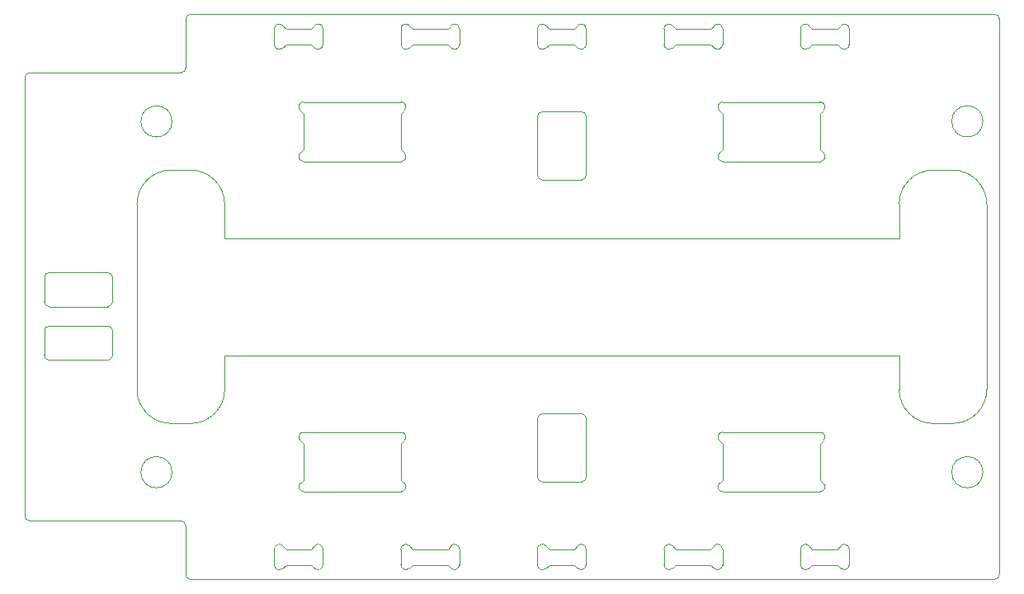
<source format=gm1>
G04 #@! TF.GenerationSoftware,KiCad,Pcbnew,(5.1.6-0-10_14)*
G04 #@! TF.CreationDate,2021-06-29T19:39:51+09:00*
G04 #@! TF.ProjectId,qPCR-photodiode,71504352-2d70-4686-9f74-6f64696f6465,rev?*
G04 #@! TF.SameCoordinates,Original*
G04 #@! TF.FileFunction,Profile,NP*
%FSLAX46Y46*%
G04 Gerber Fmt 4.6, Leading zero omitted, Abs format (unit mm)*
G04 Created by KiCad (PCBNEW (5.1.6-0-10_14)) date 2021-06-29 19:39:51*
%MOMM*%
%LPD*%
G01*
G04 APERTURE LIST*
G04 #@! TA.AperFunction,Profile*
%ADD10C,0.100000*%
G04 #@! TD*
G04 APERTURE END LIST*
D10*
X92000000Y-103500000D02*
X92000000Y-106000000D01*
X92000000Y-106000000D02*
G75*
G02*
X91500000Y-106500000I-500000J0D01*
G01*
X85500000Y-106500000D02*
G75*
G02*
X85000000Y-106000000I0J500000D01*
G01*
X85000000Y-103500000D02*
G75*
G02*
X85500000Y-103000000I500000J0D01*
G01*
X85000000Y-103500000D02*
X85000000Y-106000000D01*
X85500000Y-106500000D02*
X91500000Y-106500000D01*
X85500000Y-103000000D02*
X91500000Y-103000000D01*
X91500000Y-103000000D02*
G75*
G02*
X92000000Y-103500000I0J-500000D01*
G01*
X85500000Y-101000000D02*
X91500000Y-101000000D01*
X85500000Y-101000000D02*
G75*
G02*
X85000000Y-100500000I0J500000D01*
G01*
X92000000Y-100500000D02*
G75*
G02*
X91500000Y-101000000I-500000J0D01*
G01*
X92000000Y-98000000D02*
X92000000Y-100500000D01*
X85000000Y-98000000D02*
X85000000Y-100500000D01*
X85000000Y-98000000D02*
G75*
G02*
X85500000Y-97500000I500000J0D01*
G01*
X91500000Y-97500000D02*
G75*
G02*
X92000000Y-98000000I0J-500000D01*
G01*
X85500000Y-97500000D02*
X91500000Y-97500000D01*
X140600000Y-112500000D02*
X140600000Y-118500000D01*
X135600000Y-112500000D02*
X135600000Y-118500000D01*
X140100000Y-119000000D02*
X136100000Y-119000000D01*
X136100000Y-119000000D02*
G75*
G02*
X135600000Y-118500000I0J500000D01*
G01*
X140600000Y-118500000D02*
G75*
G02*
X140100000Y-119000000I-500000J0D01*
G01*
X136100000Y-112000000D02*
X140100000Y-112000000D01*
X140100000Y-112000000D02*
G75*
G02*
X140600000Y-112500000I0J-500000D01*
G01*
X135600000Y-112500000D02*
G75*
G02*
X136100000Y-112000000I500000J0D01*
G01*
X135600000Y-81500000D02*
X135600000Y-87500000D01*
X140600000Y-81500000D02*
X140600000Y-87500000D01*
X136100000Y-81000000D02*
X140100000Y-81000000D01*
X140100000Y-81000000D02*
G75*
G02*
X140600000Y-81500000I0J-500000D01*
G01*
X135600000Y-81500000D02*
G75*
G02*
X136100000Y-81000000I500000J0D01*
G01*
X136100000Y-88000000D02*
G75*
G02*
X135600000Y-87500000I0J500000D01*
G01*
X140600000Y-87500000D02*
G75*
G02*
X140100000Y-88000000I-500000J0D01*
G01*
X140100000Y-88000000D02*
X136100000Y-88000000D01*
X121600950Y-80001749D02*
X111600950Y-80001749D01*
X111600950Y-86101749D02*
X121600950Y-86101749D01*
X83000000Y-77500000D02*
G75*
G02*
X83500000Y-77000000I500000J0D01*
G01*
X154600950Y-86101749D02*
X164600950Y-86101749D01*
X154600950Y-86101750D02*
G75*
G02*
X154247396Y-85248195I0J500001D01*
G01*
X154600950Y-84894642D02*
X154247396Y-85248195D01*
X154600950Y-81208855D02*
X154600950Y-84894642D01*
X154247396Y-80855302D02*
X154600950Y-81208855D01*
X154247397Y-80855302D02*
G75*
G02*
X154600950Y-80001749I353553J353553D01*
G01*
X135585950Y-72501750D02*
G75*
G02*
X136439503Y-72148195I500000J1D01*
G01*
X136793056Y-72501749D02*
X136439503Y-72148195D01*
X167585950Y-74101750D02*
G75*
G02*
X166732396Y-74455302I-500000J1D01*
G01*
X166732397Y-72148196D02*
G75*
G02*
X167585950Y-72501749I353553J-353553D01*
G01*
X166732396Y-72148195D02*
X166378843Y-72501749D01*
X166378843Y-74101749D02*
X166732396Y-74455302D01*
X126732397Y-72148196D02*
G75*
G02*
X127585950Y-72501749I353553J-353553D01*
G01*
X127585950Y-74101749D02*
X127585950Y-72501749D01*
X166378843Y-72501749D02*
X163793056Y-72501749D01*
X112378843Y-74101749D02*
X112732396Y-74455302D01*
X109793056Y-74101749D02*
X112378843Y-74101749D01*
X109439503Y-74455302D02*
X109793056Y-74101749D01*
X162585950Y-72501750D02*
G75*
G02*
X163439503Y-72148195I500000J1D01*
G01*
X163793056Y-72501749D02*
X163439503Y-72148195D01*
X167585950Y-74101749D02*
X167585950Y-72501749D01*
X112732397Y-72148196D02*
G75*
G02*
X113585950Y-72501749I353553J-353553D01*
G01*
X113585950Y-74101749D02*
X113585950Y-72501749D01*
X113585950Y-74101750D02*
G75*
G02*
X112732396Y-74455302I-500000J1D01*
G01*
X126378843Y-72501749D02*
X122793056Y-72501749D01*
X126732396Y-72148195D02*
X126378843Y-72501749D01*
X164600950Y-80001750D02*
G75*
G02*
X164954503Y-80855302I0J-499999D01*
G01*
X164600950Y-81208855D02*
X164954503Y-80855302D01*
X122793056Y-74101749D02*
X126378843Y-74101749D01*
X122439503Y-74455302D02*
X122793056Y-74101749D01*
X109793056Y-72501749D02*
X109439503Y-72148195D01*
X112378843Y-72501749D02*
X109793056Y-72501749D01*
X112732396Y-72148195D02*
X112378843Y-72501749D01*
X121954503Y-85248195D02*
X121600950Y-84894642D01*
X121954503Y-85248196D02*
G75*
G02*
X121600950Y-86101749I-353553J-353553D01*
G01*
X149439503Y-74455302D02*
G75*
G02*
X148585950Y-74101749I-353553J353553D01*
G01*
X108585950Y-72501750D02*
G75*
G02*
X109439503Y-72148195I500000J1D01*
G01*
X164600950Y-84894642D02*
X164600950Y-81208855D01*
X164954503Y-85248195D02*
X164600950Y-84894642D01*
X164954503Y-85248196D02*
G75*
G02*
X164600950Y-86101749I-353553J-353553D01*
G01*
X163439503Y-74455302D02*
G75*
G02*
X162585950Y-74101749I-353553J353553D01*
G01*
X121600950Y-80001750D02*
G75*
G02*
X121954503Y-80855302I0J-499999D01*
G01*
X121600950Y-81208855D02*
X121954503Y-80855302D01*
X121600950Y-84894642D02*
X121600950Y-81208855D01*
X162585950Y-72501749D02*
X162585950Y-74101749D01*
X109439503Y-74455302D02*
G75*
G02*
X108585950Y-74101749I-353553J353553D01*
G01*
X108585950Y-72501749D02*
X108585950Y-74101749D01*
X153732397Y-72148196D02*
G75*
G02*
X154585950Y-72501749I353553J-353553D01*
G01*
X154585950Y-74101750D02*
G75*
G02*
X153732396Y-74455302I-500000J1D01*
G01*
X153732396Y-72148195D02*
X153378843Y-72501749D01*
X163439503Y-74455302D02*
X163793056Y-74101749D01*
X140585950Y-74101750D02*
G75*
G02*
X139732396Y-74455302I-500000J1D01*
G01*
X139378843Y-74101749D02*
X139732396Y-74455302D01*
X136793056Y-74101749D02*
X139378843Y-74101749D01*
X136439503Y-74455302D02*
X136793056Y-74101749D01*
X122439503Y-74455302D02*
G75*
G02*
X121585950Y-74101749I-353553J353553D01*
G01*
X121585950Y-72501749D02*
X121585950Y-74101749D01*
X148585950Y-72501749D02*
X148585950Y-74101749D01*
X139378843Y-72501749D02*
X136793056Y-72501749D01*
X139732396Y-72148195D02*
X139378843Y-72501749D01*
X121585950Y-72501750D02*
G75*
G02*
X122439503Y-72148195I500000J1D01*
G01*
X122793056Y-72501749D02*
X122439503Y-72148195D01*
X136439503Y-74455302D02*
G75*
G02*
X135585950Y-74101749I-353553J353553D01*
G01*
X135585950Y-72501749D02*
X135585950Y-74101749D01*
X163793056Y-74101749D02*
X166378843Y-74101749D01*
X149439503Y-74455302D02*
X149793056Y-74101749D01*
X153378843Y-74101749D02*
X153732396Y-74455302D01*
X153378843Y-72501749D02*
X149793056Y-72501749D01*
X149793056Y-74101749D02*
X153378843Y-74101749D01*
X154585950Y-74101749D02*
X154585950Y-72501749D01*
X127585950Y-74101750D02*
G75*
G02*
X126732396Y-74455302I-500000J1D01*
G01*
X126378843Y-74101749D02*
X126732396Y-74455302D01*
X149793056Y-72501749D02*
X149439503Y-72148195D01*
X111247396Y-80855302D02*
X111600950Y-81208855D01*
X111247397Y-80855302D02*
G75*
G02*
X111600950Y-80001749I353553J353553D01*
G01*
X139732397Y-72148196D02*
G75*
G02*
X140585950Y-72501749I353553J-353553D01*
G01*
X140585950Y-74101749D02*
X140585950Y-72501749D01*
X148585950Y-72501750D02*
G75*
G02*
X149439503Y-72148195I500000J1D01*
G01*
X164600950Y-80001749D02*
X154600950Y-80001749D01*
X111600950Y-86101750D02*
G75*
G02*
X111247396Y-85248195I0J500001D01*
G01*
X111600950Y-84894642D02*
X111247396Y-85248195D01*
X111600950Y-81208855D02*
X111600950Y-84894642D01*
X154600950Y-113898251D02*
X164600950Y-113898251D01*
X154600950Y-113898250D02*
G75*
G03*
X154247396Y-114751805I0J-500001D01*
G01*
X154600950Y-115105358D02*
X154247396Y-114751805D01*
X154600950Y-118791145D02*
X154600950Y-115105358D01*
X154247396Y-119144698D02*
X154600950Y-118791145D01*
X154247397Y-119144698D02*
G75*
G03*
X154600950Y-119998251I353553J-353553D01*
G01*
X135585950Y-127498250D02*
G75*
G03*
X136439503Y-127851805I500000J-1D01*
G01*
X136793056Y-127498251D02*
X136439503Y-127851805D01*
X167585950Y-125898250D02*
G75*
G03*
X166732396Y-125544698I-500000J-1D01*
G01*
X166732397Y-127851804D02*
G75*
G03*
X167585950Y-127498251I353553J353553D01*
G01*
X166732396Y-127851805D02*
X166378843Y-127498251D01*
X166378843Y-125898251D02*
X166732396Y-125544698D01*
X126732397Y-127851804D02*
G75*
G03*
X127585950Y-127498251I353553J353553D01*
G01*
X127585950Y-125898251D02*
X127585950Y-127498251D01*
X166378843Y-127498251D02*
X163793056Y-127498251D01*
X112378843Y-125898251D02*
X112732396Y-125544698D01*
X109793056Y-125898251D02*
X112378843Y-125898251D01*
X109439503Y-125544698D02*
X109793056Y-125898251D01*
X162585950Y-127498250D02*
G75*
G03*
X163439503Y-127851805I500000J-1D01*
G01*
X163793056Y-127498251D02*
X163439503Y-127851805D01*
X167585950Y-125898251D02*
X167585950Y-127498251D01*
X112732397Y-127851804D02*
G75*
G03*
X113585950Y-127498251I353553J353553D01*
G01*
X113585950Y-125898251D02*
X113585950Y-127498251D01*
X113585950Y-125898250D02*
G75*
G03*
X112732396Y-125544698I-500000J-1D01*
G01*
X126378843Y-127498251D02*
X122793056Y-127498251D01*
X126732396Y-127851805D02*
X126378843Y-127498251D01*
X164600950Y-119998250D02*
G75*
G03*
X164954503Y-119144698I0J499999D01*
G01*
X164600950Y-118791145D02*
X164954503Y-119144698D01*
X122793056Y-125898251D02*
X126378843Y-125898251D01*
X122439503Y-125544698D02*
X122793056Y-125898251D01*
X109793056Y-127498251D02*
X109439503Y-127851805D01*
X112378843Y-127498251D02*
X109793056Y-127498251D01*
X112732396Y-127851805D02*
X112378843Y-127498251D01*
X121954503Y-114751805D02*
X121600950Y-115105358D01*
X121954503Y-114751804D02*
G75*
G03*
X121600950Y-113898251I-353553J353553D01*
G01*
X111600950Y-113898251D02*
X121600950Y-113898251D01*
X149439503Y-125544698D02*
G75*
G03*
X148585950Y-125898251I-353553J-353553D01*
G01*
X108585950Y-127498250D02*
G75*
G03*
X109439503Y-127851805I500000J-1D01*
G01*
X164600950Y-115105358D02*
X164600950Y-118791145D01*
X164954503Y-114751805D02*
X164600950Y-115105358D01*
X164954503Y-114751804D02*
G75*
G03*
X164600950Y-113898251I-353553J353553D01*
G01*
X163439503Y-125544698D02*
G75*
G03*
X162585950Y-125898251I-353553J-353553D01*
G01*
X121600950Y-119998250D02*
G75*
G03*
X121954503Y-119144698I0J499999D01*
G01*
X121600950Y-118791145D02*
X121954503Y-119144698D01*
X121600950Y-115105358D02*
X121600950Y-118791145D01*
X162585950Y-127498251D02*
X162585950Y-125898251D01*
X109439503Y-125544698D02*
G75*
G03*
X108585950Y-125898251I-353553J-353553D01*
G01*
X108585950Y-127498251D02*
X108585950Y-125898251D01*
X153732397Y-127851804D02*
G75*
G03*
X154585950Y-127498251I353553J353553D01*
G01*
X154585950Y-125898250D02*
G75*
G03*
X153732396Y-125544698I-500000J-1D01*
G01*
X153732396Y-127851805D02*
X153378843Y-127498251D01*
X163439503Y-125544698D02*
X163793056Y-125898251D01*
X140585950Y-125898250D02*
G75*
G03*
X139732396Y-125544698I-500000J-1D01*
G01*
X139378843Y-125898251D02*
X139732396Y-125544698D01*
X136793056Y-125898251D02*
X139378843Y-125898251D01*
X136439503Y-125544698D02*
X136793056Y-125898251D01*
X122439503Y-125544698D02*
G75*
G03*
X121585950Y-125898251I-353553J-353553D01*
G01*
X121585950Y-127498251D02*
X121585950Y-125898251D01*
X148585950Y-127498251D02*
X148585950Y-125898251D01*
X139378843Y-127498251D02*
X136793056Y-127498251D01*
X139732396Y-127851805D02*
X139378843Y-127498251D01*
X121585950Y-127498250D02*
G75*
G03*
X122439503Y-127851805I500000J-1D01*
G01*
X122793056Y-127498251D02*
X122439503Y-127851805D01*
X136439503Y-125544698D02*
G75*
G03*
X135585950Y-125898251I-353553J-353553D01*
G01*
X135585950Y-127498251D02*
X135585950Y-125898251D01*
X163793056Y-125898251D02*
X166378843Y-125898251D01*
X149439503Y-125544698D02*
X149793056Y-125898251D01*
X153378843Y-125898251D02*
X153732396Y-125544698D01*
X153378843Y-127498251D02*
X149793056Y-127498251D01*
X149793056Y-125898251D02*
X153378843Y-125898251D01*
X154585950Y-125898251D02*
X154585950Y-127498251D01*
X127585950Y-125898250D02*
G75*
G03*
X126732396Y-125544698I-500000J-1D01*
G01*
X126378843Y-125898251D02*
X126732396Y-125544698D01*
X149793056Y-127498251D02*
X149439503Y-127851805D01*
X111247396Y-119144698D02*
X111600950Y-118791145D01*
X111247397Y-119144698D02*
G75*
G03*
X111600950Y-119998251I353553J-353553D01*
G01*
X121600950Y-119998251D02*
X111600950Y-119998251D01*
X139732397Y-127851804D02*
G75*
G03*
X140585950Y-127498251I353553J353553D01*
G01*
X140585950Y-125898251D02*
X140585950Y-127498251D01*
X148585950Y-127498250D02*
G75*
G03*
X149439503Y-127851805I500000J-1D01*
G01*
X164600950Y-119998251D02*
X154600950Y-119998251D01*
X111600950Y-113898250D02*
G75*
G03*
X111247396Y-114751805I0J-500001D01*
G01*
X111600950Y-115105358D02*
X111247396Y-114751805D01*
X111600950Y-118791145D02*
X111600950Y-115105358D01*
X181700000Y-109500000D02*
G75*
G02*
X178200000Y-113000000I-3500000J0D01*
G01*
X176200000Y-113000000D02*
X178200000Y-113000000D01*
X176200000Y-113000000D02*
G75*
G02*
X172700000Y-109500000I0J3500000D01*
G01*
X100000000Y-113000000D02*
G75*
G03*
X103500000Y-109500000I0J3500000D01*
G01*
X94500000Y-109500000D02*
G75*
G03*
X98000000Y-113000000I3500000J0D01*
G01*
X172700000Y-106000000D02*
X103500000Y-106000000D01*
X100000000Y-113000000D02*
X98000000Y-113000000D01*
X172700000Y-109500000D02*
X172700000Y-106000000D01*
X103500000Y-106000000D02*
X103500000Y-109500000D01*
X100000000Y-87000000D02*
G75*
G02*
X103500000Y-90500000I0J-3500000D01*
G01*
X181700000Y-109500000D02*
X181700000Y-90500000D01*
X172700000Y-90500000D02*
G75*
G02*
X176200000Y-87000000I3500000J0D01*
G01*
X176200000Y-87000000D02*
X178200000Y-87000000D01*
X178200000Y-87000000D02*
G75*
G02*
X181700000Y-90500000I0J-3500000D01*
G01*
X94500000Y-90500000D02*
G75*
G02*
X98000000Y-87000000I3500000J0D01*
G01*
X172700000Y-94000000D02*
X103500000Y-94000000D01*
X94500000Y-90500000D02*
X94500000Y-109500000D01*
X100000000Y-87000000D02*
X98000000Y-87000000D01*
X172700000Y-90500000D02*
X172700000Y-94000000D01*
X103500000Y-94000000D02*
X103500000Y-90500000D01*
X181300000Y-82000000D02*
G75*
G03*
X181300000Y-82000000I-1600000J0D01*
G01*
X98100000Y-82000000D02*
G75*
G03*
X98100000Y-82000000I-1600000J0D01*
G01*
X98100000Y-118000000D02*
G75*
G03*
X98100000Y-118000000I-1600000J0D01*
G01*
X181300000Y-118000000D02*
G75*
G03*
X181300000Y-118000000I-1600000J0D01*
G01*
X99500000Y-76500000D02*
G75*
G02*
X99000000Y-77000000I-500000J0D01*
G01*
X99500000Y-71500000D02*
G75*
G02*
X100000000Y-71000000I500000J0D01*
G01*
X182500000Y-71000000D02*
G75*
G02*
X183000000Y-71500000I0J-500000D01*
G01*
X183000000Y-128500000D02*
G75*
G02*
X182500000Y-129000000I-500000J0D01*
G01*
X100000000Y-129000000D02*
G75*
G02*
X99500000Y-128500000I0J500000D01*
G01*
X99000000Y-123000000D02*
G75*
G02*
X99500000Y-123500000I0J-500000D01*
G01*
X83500000Y-123000000D02*
G75*
G02*
X83000000Y-122500000I0J500000D01*
G01*
X99500000Y-123500000D02*
X99500000Y-128500000D01*
X83500000Y-123000000D02*
X99000000Y-123000000D01*
X100000000Y-129000000D02*
X182500000Y-129000000D01*
X99500000Y-76500000D02*
X99500000Y-71500000D01*
X83500000Y-77000000D02*
X99000000Y-77000000D01*
X83000000Y-77500000D02*
X83000000Y-122500000D01*
X183000000Y-71500000D02*
X183000000Y-128500000D01*
X100000000Y-71000000D02*
X182500000Y-71000000D01*
M02*

</source>
